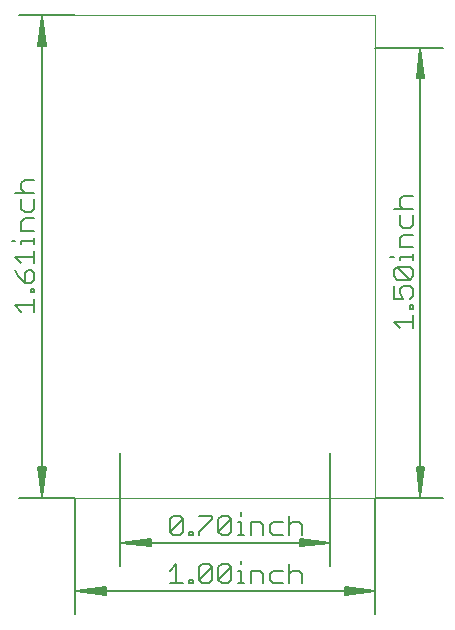
<source format=gbp>
G75*
%MOIN*%
%OFA0B0*%
%FSLAX25Y25*%
%IPPOS*%
%LPD*%
%AMOC8*
5,1,8,0,0,1.08239X$1,22.5*
%
%ADD10C,0.00000*%
%ADD11C,0.00512*%
%ADD12C,0.00600*%
D10*
X0023795Y0040133D02*
X0123795Y0040133D01*
X0123795Y0200933D01*
X0023795Y0200933D01*
D11*
X0023795Y0040133D02*
X0023795Y0001256D01*
X0024051Y0008933D02*
X0034031Y0007909D01*
X0034031Y0007676D02*
X0024051Y0008933D01*
X0034031Y0009957D01*
X0034031Y0010190D02*
X0034031Y0007676D01*
X0034031Y0008421D02*
X0024051Y0008933D01*
X0034031Y0009445D01*
X0034031Y0010190D02*
X0024051Y0008933D01*
X0123539Y0008933D01*
X0113559Y0007909D01*
X0113559Y0007676D02*
X0123539Y0008933D01*
X0113559Y0009957D01*
X0113559Y0010190D02*
X0113559Y0007676D01*
X0113559Y0008421D02*
X0123539Y0008933D01*
X0113559Y0009445D01*
X0113559Y0010190D02*
X0123539Y0008933D01*
X0123795Y0001256D02*
X0123795Y0040133D01*
X0146472Y0040133D01*
X0138795Y0040389D02*
X0139819Y0050369D01*
X0140052Y0050369D02*
X0138795Y0040389D01*
X0137772Y0050369D01*
X0137538Y0050369D02*
X0140052Y0050369D01*
X0139307Y0050369D02*
X0138795Y0040389D01*
X0138283Y0050369D01*
X0137538Y0050369D02*
X0138795Y0040389D01*
X0138795Y0189877D01*
X0139819Y0179897D01*
X0140052Y0179897D02*
X0138795Y0189877D01*
X0137772Y0179897D01*
X0137538Y0179897D02*
X0140052Y0179897D01*
X0139307Y0179897D02*
X0138795Y0189877D01*
X0138283Y0179897D01*
X0137538Y0179897D02*
X0138795Y0189877D01*
X0146472Y0190133D02*
X0123795Y0190133D01*
X0023795Y0200933D02*
X0004918Y0200933D01*
X0012595Y0200677D02*
X0011572Y0190697D01*
X0011338Y0190697D02*
X0013852Y0190697D01*
X0012595Y0200677D01*
X0013619Y0190697D01*
X0013107Y0190697D02*
X0012595Y0200677D01*
X0012083Y0190697D01*
X0011338Y0190697D02*
X0012595Y0200677D01*
X0012595Y0040389D01*
X0013619Y0050369D01*
X0013852Y0050369D02*
X0012595Y0040389D01*
X0011572Y0050369D01*
X0011338Y0050369D02*
X0013852Y0050369D01*
X0013107Y0050369D02*
X0012595Y0040389D01*
X0012083Y0050369D01*
X0011338Y0050369D02*
X0012595Y0040389D01*
X0004918Y0040133D02*
X0023795Y0040133D01*
X0038795Y0055133D02*
X0038795Y0017456D01*
X0039051Y0025133D02*
X0049031Y0024109D01*
X0049031Y0023876D02*
X0039051Y0025133D01*
X0049031Y0026157D01*
X0049031Y0026390D02*
X0049031Y0023876D01*
X0049031Y0024621D02*
X0039051Y0025133D01*
X0049031Y0025645D01*
X0049031Y0026390D02*
X0039051Y0025133D01*
X0108539Y0025133D01*
X0098559Y0024109D01*
X0098559Y0023876D02*
X0108539Y0025133D01*
X0098559Y0026157D01*
X0098559Y0026390D02*
X0098559Y0023876D01*
X0098559Y0024621D02*
X0108539Y0025133D01*
X0098559Y0025645D01*
X0098559Y0026390D02*
X0108539Y0025133D01*
X0108795Y0017456D02*
X0108795Y0055133D01*
D12*
X0095059Y0034100D02*
X0095059Y0027695D01*
X0092884Y0027695D02*
X0089681Y0027695D01*
X0088614Y0028762D01*
X0088614Y0030898D01*
X0089681Y0031965D01*
X0092884Y0031965D01*
X0095059Y0030898D02*
X0096127Y0031965D01*
X0098262Y0031965D01*
X0099330Y0030898D01*
X0099330Y0027695D01*
X0095059Y0017900D02*
X0095059Y0011495D01*
X0092884Y0011495D02*
X0089681Y0011495D01*
X0088614Y0012562D01*
X0088614Y0014698D01*
X0089681Y0015765D01*
X0092884Y0015765D01*
X0095059Y0014698D02*
X0096127Y0015765D01*
X0098262Y0015765D01*
X0099330Y0014698D01*
X0099330Y0011495D01*
X0086439Y0011495D02*
X0086439Y0014698D01*
X0085371Y0015765D01*
X0082168Y0015765D01*
X0082168Y0011495D01*
X0080007Y0011495D02*
X0077871Y0011495D01*
X0078939Y0011495D02*
X0078939Y0015765D01*
X0077871Y0015765D01*
X0078939Y0017900D02*
X0078939Y0018968D01*
X0075696Y0016833D02*
X0071426Y0012562D01*
X0072493Y0011495D01*
X0074629Y0011495D01*
X0075696Y0012562D01*
X0075696Y0016833D01*
X0074629Y0017900D01*
X0072493Y0017900D01*
X0071426Y0016833D01*
X0071426Y0012562D01*
X0069251Y0012562D02*
X0069251Y0016833D01*
X0064980Y0012562D01*
X0066048Y0011495D01*
X0068183Y0011495D01*
X0069251Y0012562D01*
X0069251Y0016833D02*
X0068183Y0017900D01*
X0066048Y0017900D01*
X0064980Y0016833D01*
X0064980Y0012562D01*
X0062825Y0012562D02*
X0062825Y0011495D01*
X0061758Y0011495D01*
X0061758Y0012562D01*
X0062825Y0012562D01*
X0059582Y0011495D02*
X0055312Y0011495D01*
X0057447Y0011495D02*
X0057447Y0017900D01*
X0055312Y0015765D01*
X0056380Y0027695D02*
X0055312Y0028762D01*
X0059582Y0033033D01*
X0059582Y0028762D01*
X0058515Y0027695D01*
X0056380Y0027695D01*
X0055312Y0028762D02*
X0055312Y0033033D01*
X0056380Y0034100D01*
X0058515Y0034100D01*
X0059582Y0033033D01*
X0061758Y0028762D02*
X0062825Y0028762D01*
X0062825Y0027695D01*
X0061758Y0027695D01*
X0061758Y0028762D01*
X0064980Y0028762D02*
X0064980Y0027695D01*
X0064980Y0028762D02*
X0069251Y0033033D01*
X0069251Y0034100D01*
X0064980Y0034100D01*
X0071426Y0033033D02*
X0071426Y0028762D01*
X0075696Y0033033D01*
X0075696Y0028762D01*
X0074629Y0027695D01*
X0072493Y0027695D01*
X0071426Y0028762D01*
X0071426Y0033033D02*
X0072493Y0034100D01*
X0074629Y0034100D01*
X0075696Y0033033D01*
X0077871Y0031965D02*
X0078939Y0031965D01*
X0078939Y0027695D01*
X0077871Y0027695D02*
X0080007Y0027695D01*
X0082168Y0027695D02*
X0082168Y0031965D01*
X0085371Y0031965D01*
X0086439Y0030898D01*
X0086439Y0027695D01*
X0078939Y0034100D02*
X0078939Y0035168D01*
X0131963Y0096650D02*
X0129828Y0098785D01*
X0136233Y0098785D01*
X0136233Y0096650D02*
X0136233Y0100920D01*
X0136233Y0103096D02*
X0135166Y0103096D01*
X0135166Y0104163D01*
X0136233Y0104163D01*
X0136233Y0103096D01*
X0135166Y0106318D02*
X0136233Y0107386D01*
X0136233Y0109521D01*
X0135166Y0110589D01*
X0133031Y0110589D01*
X0131963Y0109521D01*
X0131963Y0108453D01*
X0133031Y0106318D01*
X0129828Y0106318D01*
X0129828Y0110589D01*
X0130895Y0112764D02*
X0129828Y0113831D01*
X0129828Y0115967D01*
X0130895Y0117034D01*
X0135166Y0112764D01*
X0136233Y0113831D01*
X0136233Y0115967D01*
X0135166Y0117034D01*
X0130895Y0117034D01*
X0131963Y0119209D02*
X0131963Y0120277D01*
X0136233Y0120277D01*
X0136233Y0121344D02*
X0136233Y0119209D01*
X0136233Y0123506D02*
X0131963Y0123506D01*
X0131963Y0126709D01*
X0133031Y0127777D01*
X0136233Y0127777D01*
X0135166Y0129952D02*
X0136233Y0131019D01*
X0136233Y0134222D01*
X0136233Y0136397D02*
X0129828Y0136397D01*
X0131963Y0137465D02*
X0131963Y0139600D01*
X0133031Y0140668D01*
X0136233Y0140668D01*
X0131963Y0137465D02*
X0133031Y0136397D01*
X0131963Y0134222D02*
X0131963Y0131019D01*
X0133031Y0129952D01*
X0135166Y0129952D01*
X0129828Y0120277D02*
X0128760Y0120277D01*
X0130895Y0112764D02*
X0135166Y0112764D01*
X0010033Y0112786D02*
X0010033Y0114921D01*
X0008966Y0115989D01*
X0007898Y0115989D01*
X0006831Y0114921D01*
X0006831Y0111718D01*
X0008966Y0111718D01*
X0010033Y0112786D01*
X0010033Y0109563D02*
X0010033Y0108496D01*
X0008966Y0108496D01*
X0008966Y0109563D01*
X0010033Y0109563D01*
X0010033Y0106320D02*
X0010033Y0102050D01*
X0010033Y0104185D02*
X0003628Y0104185D01*
X0005763Y0102050D01*
X0006831Y0111718D02*
X0004695Y0113853D01*
X0003628Y0115989D01*
X0005763Y0118164D02*
X0003628Y0120299D01*
X0010033Y0120299D01*
X0010033Y0118164D02*
X0010033Y0122434D01*
X0010033Y0124609D02*
X0010033Y0126744D01*
X0010033Y0125677D02*
X0005763Y0125677D01*
X0005763Y0124609D01*
X0003628Y0125677D02*
X0002560Y0125677D01*
X0005763Y0128906D02*
X0005763Y0132109D01*
X0006831Y0133177D01*
X0010033Y0133177D01*
X0008966Y0135352D02*
X0010033Y0136419D01*
X0010033Y0139622D01*
X0010033Y0141797D02*
X0003628Y0141797D01*
X0005763Y0142865D02*
X0005763Y0145000D01*
X0006831Y0146068D01*
X0010033Y0146068D01*
X0005763Y0142865D02*
X0006831Y0141797D01*
X0005763Y0139622D02*
X0005763Y0136419D01*
X0006831Y0135352D01*
X0008966Y0135352D01*
X0010033Y0128906D02*
X0005763Y0128906D01*
M02*

</source>
